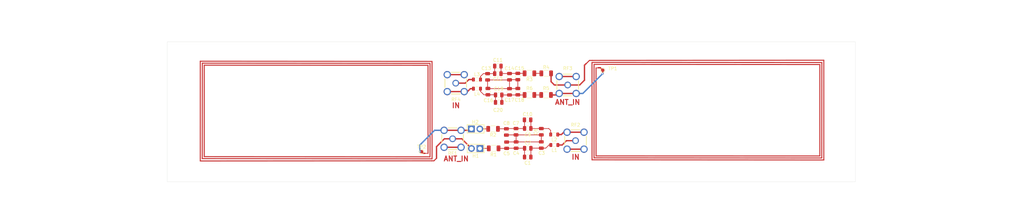
<source format=kicad_pcb>
(kicad_pcb (version 20221018) (generator pcbnew)
  (layers (0 "F.Cu" signal) (31 "B.Cu" signal) (34 "B.Paste" user) (35 "F.Paste" user) (36 "B.SilkS" user "B.Silkscreen") (37 "F.SilkS" user "F.Silkscreen") (38 "B.Mask" user) (39 "F.Mask" user) (44 "Edge.Cuts" user))
  (net 0 "")
  (net 1 "Net-(C1-Pad1)")
  (net 2 "Net-(C1-Pad2)")
  (net 3 "Net-(C3-Pad2)")
  (net 4 "Net-(C10-Pad2)")
  (net 5 "Net-(C10-Pad1)")
  (net 6 "Net-(C11-Pad1)")
  (net 7 "Net-(C11-Pad2)")
  (net 8 "Net-(C13-Pad2)")
  (net 9 "Net-(C16-Pad2)")
  (net 10 "Net-(C17-Pad2)")
  (net 11 "Net-(H1-Pad1)")
  (net 12 "Net-(H2-Pad2)")
  (net 13 "Net-(L1-Pad1)")
  (net 14 "Net-(L2-Pad1)")
  (net 15 "Net-(L3-Pad1)")
  (net 16 "Net-(L4-Pad1)")
  (net 17 "Net-(R3-Pad1)")
  (net 18 "Net-(R5-Pad2)")
  (net 19 "Net-(RF1-Pad3)")
  (net 20 "Net-(RF2-Pad1)")
  (net 21 "Net-(RF3-Pad3)")
  (net 22 "Net-(RF4-Pad1)")
  (net 23 "Net-(AE1-Pad1)")
  (net 24 "Net-(AE1-Pad2)")
  (net 25 "Net-(AE2-Pad1)")
  (net 26 "Net-(AE2-Pad2)")
  (footprint "Resistor_SMD:R_1206_3216Metric" (layer "F.Cu") (at 152.4875 64.95)
    (fp_text reference "R4" (at 0 -1.82) (layer "F.SilkS"))
    (fp_text value "0R")
    (fp_line (start -0.727064 -0.91) (end 0.727064 -0.91) (stroke (width 0.12)) (layer "F.SilkS"))
    (fp_line (start -0.727064 0.91) (end 0.727064 0.91) (stroke (width 0.12)) (layer "F.SilkS"))
    (pad "1" smd roundrect (at -1.4625 0) (size 1.125 1.75) (layers "F.Cu" "F.Paste" "F.Mask") (roundrect_rratio 0.2222222222) (net 17 "Net-(R3-Pad1)"))
    (pad "2" smd roundrect (at 1.4625 0) (size 1.125 1.75) (layers "F.Cu" "F.Paste" "F.Mask") (roundrect_rratio 0.2222222222) (net 25 "Net-(AE2-Pad1)"))
  )
  (footprint "Capacitor_SMD:C_0805_2012Metric" (layer "F.Cu") (at 138.19 73.678 180)
    (fp_text reference "C20" (at 0.19 -2.322) (layer "F.SilkS"))
    (fp_text value "C_Small")
    (fp_line (start -0.261252 -0.735) (end 0.261252 -0.735) (stroke (width 0.12)) (layer "F.SilkS"))
    (fp_line (start -0.261252 0.735) (end 0.261252 0.735) (stroke (width 0.12)) (layer "F.SilkS"))
    (pad "1" smd roundrect (at -0.95 0 180) (size 1 1.45) (layers "F.Cu" "F.Paste" "F.Mask") (net 10 "Net-(C17-Pad2)"))
    (pad "2" smd roundrect (at 0.95 0 180) (size 1 1.45) (layers "F.Cu" "F.Paste" "F.Mask") (net 9 "Net-(C16-Pad2)"))
  )
  (footprint "TestPoint:TestPoint_Pad_D1.0mm" (layer "F.Cu") (at 115 88.5)
    (fp_text reference "TP2" (at 0 -1.448) (layer "F.SilkS"))
    (fp_text value "TestPoint")
    (fp_circle (center 0 0) (end 0 0.7) (stroke (width 0.12)) (fill none) (layer "F.SilkS"))
    (pad "1" smd circle (at 0 0) (size 1 1) (layers "F.Cu" "F.Mask") (net 24 "Net-(AE1-Pad2)"))
  )
  (footprint "Capacitor_SMD:C_0805_2012Metric" (layer "F.Cu") (at 143.4075 82.5 90)
    (fp_text reference "C7" (at 2.56 -0.03) (layer "F.SilkS"))
    (fp_text value "180pF")
    (fp_line (start -0.261252 -0.735) (end 0.261252 -0.735) (stroke (width 0.12)) (layer "F.SilkS"))
    (fp_line (start -0.261252 0.735) (end 0.261252 0.735) (stroke (width 0.12)) (layer "F.SilkS"))
    (pad "1" smd roundrect (at -0.95 0 90) (size 1 1.45) (layers "F.Cu" "F.Paste" "F.Mask") (net 3 "Net-(C3-Pad2)"))
    (pad "2" smd roundrect (at 0.95 0 90) (size 1 1.45) (layers "F.Cu" "F.Paste" "F.Mask") (net 5 "Net-(C10-Pad1)"))
  )
  (footprint "Capacitor_SMD:C_0805_2012Metric" (layer "F.Cu") (at 143.95 65.9 -90)
    (fp_text reference "C15" (at -2.45 -0.5) (layer "F.SilkS"))
    (fp_text value "180pF")
    (fp_line (start -0.261252 -0.735) (end 0.261252 -0.735) (stroke (width 0.12)) (layer "F.SilkS"))
    (fp_line (start -0.261252 0.735) (end 0.261252 0.735) (stroke (width 0.12)) (layer "F.SilkS"))
    (pad "1" smd roundrect (at -0.95 0 270) (size 1 1.45) (layers "F.Cu" "F.Paste" "F.Mask") (net 6 "Net-(C11-Pad1)"))
    (pad "2" smd roundrect (at 0.95 0 270) (size 1 1.45) (layers "F.Cu" "F.Paste" "F.Mask") (net 8 "Net-(C13-Pad2)"))
  )
  (footprint "Capacitor_SMD:C_0805_2012Metric" (layer "F.Cu") (at 141.45 65.95 -90)
    (fp_text reference "C14" (at -2.5 0) (layer "F.SilkS"))
    (fp_text value "180pF")
    (fp_line (start -0.261252 -0.735) (end 0.261252 -0.735) (stroke (width 0.12)) (layer "F.SilkS"))
    (fp_line (start -0.261252 0.735) (end 0.261252 0.735) (stroke (width 0.12)) (layer "F.SilkS"))
    (pad "1" smd roundrect (at -0.95 0 270) (size 1 1.45) (layers "F.Cu" "F.Paste" "F.Mask") (net 6 "Net-(C11-Pad1)"))
    (pad "2" smd roundrect (at 0.95 0 270) (size 1 1.45) (layers "F.Cu" "F.Paste" "F.Mask") (net 8 "Net-(C13-Pad2)"))
  )
  (footprint "Capacitor_SMD:C_0805_2012Metric" (layer "F.Cu") (at 143.4375 86.52 90)
    (fp_text reference "C4" (at -2.45 0.03) (layer "F.SilkS"))
    (fp_text value "180pF")
    (fp_line (start -0.261252 -0.735) (end 0.261252 -0.735) (stroke (width 0.12)) (layer "F.SilkS"))
    (fp_line (start -0.261252 0.735) (end 0.261252 0.735) (stroke (width 0.12)) (layer "F.SilkS"))
    (pad "1" smd roundrect (at -0.95 0 90) (size 1 1.45) (layers "F.Cu" "F.Paste" "F.Mask") (net 1 "Net-(C1-Pad1)"))
    (pad "2" smd roundrect (at 0.95 0 90) (size 1 1.45) (layers "F.Cu" "F.Paste" "F.Mask") (net 3 "Net-(C3-Pad2)"))
  )
  (footprint "Resistor_SMD:R_1206_3216Metric" (layer "F.Cu") (at 136.6775 87.51)
    (fp_text reference "R1" (at -0.04 1.88) (layer "F.SilkS"))
    (fp_text value "3R")
    (fp_line (start -0.727064 -0.91) (end 0.727064 -0.91) (stroke (width 0.12)) (layer "F.SilkS"))
    (fp_line (start -0.727064 0.91) (end 0.727064 0.91) (stroke (width 0.12)) (layer "F.SilkS"))
    (pad "1" smd roundrect (at -1.4625 0) (size 1.125 1.75) (layers "F.Cu" "F.Paste" "F.Mask") (roundrect_rratio 0.2222222222) (net 11 "Net-(H1-Pad1)"))
    (pad "2" smd roundrect (at 1.4625 0) (size 1.125 1.75) (layers "F.Cu" "F.Paste" "F.Mask") (roundrect_rratio 0.2222222222) (net 1 "Net-(C1-Pad1)"))
  )
  (footprint "Capacitor_SMD:C_0805_2012Metric" (layer "F.Cu") (at 143.95 70.45 -90)
    (fp_text reference "C18" (at 2.5 -0.5) (layer "F.SilkS"))
    (fp_text value "180pF")
    (fp_line (start -0.261252 -0.735) (end 0.261252 -0.735) (stroke (width 0.12)) (layer "F.SilkS"))
    (fp_line (start -0.261252 0.735) (end 0.261252 0.735) (stroke (width 0.12)) (layer "F.SilkS"))
    (pad "1" smd roundrect (at -0.95 0 270) (size 1 1.45) (layers "F.Cu" "F.Paste" "F.Mask") (net 8 "Net-(C13-Pad2)"))
    (pad "2" smd roundrect (at 0.95 0 270) (size 1 1.45) (layers "F.Cu" "F.Paste" "F.Mask") (net 10 "Net-(C17-Pad2)"))
  )
  (footprint "Capacitor_SMD:C_0805_2012Metric" (layer "F.Cu") (at 140.5075 82.57 90)
    (fp_text reference "C8" (at 2.63 0.03) (layer "F.SilkS"))
    (fp_text value "180pF")
    (fp_line (start -0.261252 -0.735) (end 0.261252 -0.735) (stroke (width 0.12)) (layer "F.SilkS"))
    (fp_line (start -0.261252 0.735) (end 0.261252 0.735) (stroke (width 0.12)) (layer "F.SilkS"))
    (pad "1" smd roundrect (at -0.95 0 90) (size 1 1.45) (layers "F.Cu" "F.Paste" "F.Mask") (net 3 "Net-(C3-Pad2)"))
    (pad "2" smd roundrect (at 0.95 0 90) (size 1 1.45) (layers "F.Cu" "F.Paste" "F.Mask") (net 5 "Net-(C10-Pad1)"))
  )
  (footprint "Capacitor_SMD:C_0805_2012Metric" (layer "F.Cu") (at 134.96 70.44 -90)
    (fp_text reference "C16" (at 2.64 -0.15) (layer "F.SilkS"))
    (fp_text value "100pF")
    (fp_line (start -0.261252 -0.735) (end 0.261252 -0.735) (stroke (width 0.12)) (layer "F.SilkS"))
    (fp_line (start -0.261252 0.735) (end 0.261252 0.735) (stroke (width 0.12)) (layer "F.SilkS"))
    (pad "1" smd roundrect (at -0.95 0 270) (size 1 1.45) (layers "F.Cu" "F.Paste" "F.Mask") (net 8 "Net-(C13-Pad2)"))
    (pad "2" smd roundrect (at 0.95 0 270) (size 1 1.45) (layers "F.Cu" "F.Paste" "F.Mask") (net 9 "Net-(C16-Pad2)"))
  )
  (footprint "my_lib:[2x1_PIN_HEADER_STR]XKB Connection X6511WV-02H-C60D30" (layer "F.Cu") (at 131.2575 81.66)
    (fp_text reference "H2" (at -0.1 -2.08) (layer "F.SilkS"))
    (fp_text value "X6511WV-02H-C30D60")
    (fp_line (start -2.54 -1.27) (end -0.64 -1.27) (stroke (width 0.2)) (layer "F.SilkS"))
    (fp_line (start -2.54 1.27) (end -2.54 -1.27) (stroke (width 0.2)) (layer "F.SilkS"))
    (fp_line (start 2.54 -1.27) (end -0.64 -1.27) (stroke (width 0.2)) (layer "F.SilkS"))
    (fp_line (start 2.54 -1.27) (end 2.54 1.27) (stroke (width 0.2)) (layer "F.SilkS"))
    (fp_line (start 2.54 1.27) (end -2.54 1.27) (stroke (width 0.2)) (layer "F.SilkS"))
    (pad "1" thru_hole rect (at -1.27 0) (size 2 2) (drill 1.199998) (layers "*.Cu" "*.Mask") (net 24 "Net-(AE1-Pad2)"))
    (pad "2" thru_hole circle (at 1.27 0) (size 2 2) (drill 1.199998) (layers "*.Cu" "*.Mask") (net 12 "Net-(H2-Pad2)"))
  )
  (footprint "Inductor_SMD:L_0805_2012Metric" (layer "F.Cu") (at 131.6625 66.81)
    (fp_text reference "L3" (at 0 -1.55) (layer "F.SilkS"))
    (fp_text value "560nH")
    (fp_line (start -0.399622 -0.56) (end 0.399622 -0.56) (stroke (width 0.12)) (layer "F.SilkS"))
    (fp_line (start -0.399622 0.56) (end 0.399622 0.56) (stroke (width 0.12)) (layer "F.SilkS"))
    (pad "1" smd roundrect (at -1.0625 0) (size 0.875 1.2) (layers "F.Cu" "F.Paste" "F.Mask") (net 15 "Net-(L3-Pad1)"))
    (pad "2" smd roundrect (at 1.0625 0) (size 0.875 1.2) (layers "F.Cu" "F.Paste" "F.Mask") (net 7 "Net-(C11-Pad2)"))
  )
  (footprint "Resistor_SMD:R_1206_3216Metric" (layer "F.Cu") (at 152.45 71.45 180)
    (fp_text reference "R5" (at 0 2) (layer "F.SilkS"))
    (fp_text value "0R")
    (fp_line (start -0.727064 -0.91) (end 0.727064 -0.91) (stroke (width 0.12)) (layer "F.SilkS"))
    (fp_line (start -0.727064 0.91) (end 0.727064 0.91) (stroke (width 0.12)) (layer "F.SilkS"))
    (pad "1" smd roundrect (at -1.4625 0 180) (size 1.125 1.75) (layers "F.Cu" "F.Paste" "F.Mask") (roundrect_rratio 0.2222222222) (net 26 "Net-(AE2-Pad2)"))
    (pad "2" smd roundrect (at 1.4625 0 180) (size 1.125 1.75) (layers "F.Cu" "F.Paste" "F.Mask") (roundrect_rratio 0.2222222222) (net 18 "Net-(R5-Pad2)"))
  )
  (footprint "TestPoint:TestPoint_Pad_D1.0mm" (layer "F.Cu") (at 169.5 64)
    (fp_text reference "TP1" (at 3 -0.5) (layer "F.SilkS"))
    (fp_text value "TestPoint")
    (fp_circle (center 0 0) (end 0 0.7) (stroke (width 0.12)) (fill none) (layer "F.SilkS"))
    (pad "1" smd circle (at 0 0) (size 1 1) (layers "F.Cu" "F.Mask") (net 26 "Net-(AE2-Pad2)"))
  )
  (footprint "Inductor_SMD:L_0805_2012Metric" (layer "F.Cu") (at 154.8975 83.35 180)
    (fp_text reference "L2" (at 0 -1.55) (layer "F.SilkS"))
    (fp_text value "560nH")
    (fp_line (start -0.399622 -0.56) (end 0.399622 -0.56) (stroke (width 0.12)) (layer "F.SilkS"))
    (fp_line (start -0.399622 0.56) (end 0.399622 0.56) (stroke (width 0.12)) (layer "F.SilkS"))
    (pad "1" smd roundrect (at -1.0625 0 180) (size 0.875 1.2) (layers "F.Cu" "F.Paste" "F.Mask") (net 14 "Net-(L2-Pad1)"))
    (pad "2" smd roundrect (at 1.0625 0 180) (size 0.875 1.2) (layers "F.Cu" "F.Paste" "F.Mask") (net 4 "Net-(C10-Pad2)"))
  )
  (footprint "my_lib:[Antenna]Custom" (layer "F.Cu") (at 239.925 62.8 -90)
    (fp_text reference "AE2" hide)
    (fp_text value "Antenna_Loop")
    (fp_line (start -1.8 3.95) (end -1.75 73.570129) (stroke (width 0.3)) (layer "F.Cu"))
    (fp_line (start -1.8 3.95) (end 28.2 3.95) (stroke (width 0.3)) (layer "F.Cu"))
    (fp_line (start -1.15 73.66) (end -1.1 4.55) (stroke (width 0.3)) (layer "F.Cu"))
    (fp_line (start -1.15 73.66) (end 28.15 73.65) (stroke (width 0.3)) (layer "F.Cu"))
    (fp_line (start -1.1 4.55) (end 27.6 4.575) (stroke (width 0.3)) (layer "F.Cu"))
    (fp_line (start -0.55 73.05) (end -0.5 5.15) (stroke (width 0.3)) (layer "F.Cu"))
    (fp_line (start -0.55 73.05) (end 27.55 73.05) (stroke (width 0.3)) (layer "F.Cu"))
    (fp_line (start -0.5 5.15) (end 27 5.15) (stroke (width 0.3)) (layer "F.Cu"))
    (fp_line (start 0.485718 72.450881) (end 26.975 72.45) (stroke (width 0.3)) (layer "F.Cu"))
    (fp_line (start 26.975 72.45) (end 27 5.15) (stroke (width 0.3)) (layer "F.Cu"))
    (fp_line (start 27.55 73.05) (end 27.6 4.575) (stroke (width 0.3)) (layer "F.Cu"))
    (fp_line (start 28.15 73.65) (end 28.2 3.95) (stroke (width 0.3)) (layer "F.Cu"))
  )
  (footprint "Capacitor_SMD:C_0805_2012Metric" (layer "F.Cu") (at 146.8875 78.93)
    (fp_text reference "C10" (at 0 -1.68) (layer "F.SilkS"))
    (fp_text value "C_Small")
    (fp_line (start -0.261252 -0.735) (end 0.261252 -0.735) (stroke (width 0.12)) (layer "F.SilkS"))
    (fp_line (start -0.261252 0.735) (end 0.261252 0.735) (stroke (width 0.12)) (layer "F.SilkS"))
    (pad "1" smd roundrect (at -0.95 0) (size 1 1.45) (layers "F.Cu" "F.Paste" "F.Mask") (net 5 "Net-(C10-Pad1)"))
    (pad "2" smd roundrect (at 0.95 0) (size 1 1.45) (layers "F.Cu" "F.Paste" "F.Mask") (net 4 "Net-(C10-Pad2)"))
  )
  (footprint "Capacitor_SMD:C_0805_2012Metric" (layer "F.Cu") (at 134.8626 65.9818 -90)
    (fp_text reference "C13" (at -2.54 0.4126) (layer "F.SilkS"))
    (fp_text value "100pF")
    (fp_line (start -0.261252 -0.735) (end 0.261252 -0.735) (stroke (width 0.12)) (layer "F.SilkS"))
    (fp_line (start -0.261252 0.735) (end 0.261252 0.735) (stroke (width 0.12)) (layer "F.SilkS"))
    (pad "1" smd roundrect (at -0.95 0 270) (size 1 1.45) (layers "F.Cu" "F.Paste" "F.Mask") (net 7 "Net-(C11-Pad2)"))
    (pad "2" smd roundrect (at 0.95 0 270) (size 1 1.45) (layers "F.Cu" "F.Paste" "F.Mask") (net 8 "Net-(C13-Pad2)"))
  )
  (footprint "Capacitor_SMD:C_0805_2012Metric" (layer "F.Cu") (at 137.936 65.042 180)
    (fp_text reference "C12" (at 0 -1.68) (layer "F.SilkS"))
    (fp_text value "33pF")
    (fp_line (start -0.261252 -0.735) (end 0.261252 -0.735) (stroke (width 0.12)) (layer "F.SilkS"))
    (fp_line (start -0.261252 0.735) (end 0.261252 0.735) (stroke (width 0.12)) (layer "F.SilkS"))
    (pad "1" smd roundrect (at -0.95 0 180) (size 1 1.45) (layers "F.Cu" "F.Paste" "F.Mask") (net 6 "Net-(C11-Pad1)"))
    (pad "2" smd roundrect (at 0.95 0 180) (size 1 1.45) (layers "F.Cu" "F.Paste" "F.Mask") (net 7 "Net-(C11-Pad2)"))
  )
  (footprint "Capacitor_SMD:C_0805_2012Metric" (layer "F.Cu") (at 146.9175 90.12)
    (fp_text reference "C1" (at -0.01 1.78) (layer "F.SilkS"))
    (fp_text value "C_Small")
    (fp_line (start -0.261252 -0.735) (end 0.261252 -0.735) (stroke (width 0.12)) (layer "F.SilkS"))
    (fp_line (start -0.261252 0.735) (end 0.261252 0.735) (stroke (width 0.12)) (layer "F.SilkS"))
    (pad "1" smd roundrect (at -0.95 0) (size 1 1.45) (layers "F.Cu" "F.Paste" "F.Mask") (net 1 "Net-(C1-Pad1)"))
    (pad "2" smd roundrect (at 0.95 0) (size 1 1.45) (layers "F.Cu" "F.Paste" "F.Mask") (net 2 "Net-(C1-Pad2)"))
  )
  (footprint "my_lib:[2x1_PIN_HEADER_STR]XKB Connection X6511WV-02H-C60D30" (layer "F.Cu") (at 131.2775 87.55 180)
    (fp_text reference "H1" (at 0 -2.23) (layer "F.SilkS"))
    (fp_text value "X6511WV-02H-C30D60")
    (fp_line (start -2.54 -1.27) (end -0.64 -1.27) (stroke (width 0.2)) (layer "F.SilkS"))
    (fp_line (start -2.54 1.27) (end -2.54 -1.27) (stroke (width 0.2)) (layer "F.SilkS"))
    (fp_line (start 2.54 -1.27) (end -0.64 -1.27) (stroke (width 0.2)) (layer "F.SilkS"))
    (fp_line (start 2.54 -1.27) (end 2.54 1.27) (stroke (width 0.2)) (layer "F.SilkS"))
    (fp_line (start 2.54 1.27) (end -2.54 1.27) (stroke (width 0.2)) (layer "F.SilkS"))
    (pad "1" thru_hole rect (at -1.27 0 180) (size 2 2) (drill 1.199998) (layers "*.Cu" "*.Mask") (net 11 "Net-(H1-Pad1)"))
    (pad "2" thru_hole circle (at 1.27 0 180) (size 2 2) (drill 1.199998) (layers "*.Cu" "*.Mask") (net 23 "Net-(AE1-Pad1)"))
  )
  (footprint "my_lib:[Antenna]Custom" (layer "F.Cu") (at 44.5 89.5 90)
    (fp_text reference "AE1" hide)
    (fp_text value "Antenna_Loop")
    (fp_line (start -1.8 3.95) (end -1.75 73.570129) (stroke (width 0.3)) (layer "F.Cu"))
    (fp_line (start -1.8 3.95) (end 28.2 3.95) (stroke (width 0.3)) (layer "F.Cu"))
    (fp_line (start -1.15 73.66) (end -1.1 4.55) (stroke (width 0.3)) (layer "F.Cu"))
    (fp_line (start -1.15 73.66) (end 28.15 73.65) (stroke (width 0.3)) (layer "F.Cu"))
    (fp_line (start -1.1 4.55) (end 27.6 4.575) (stroke (width 0.3)) (layer "F.Cu"))
    (fp_line (start -0.55 73.05) (end -0.5 5.15) (stroke (width 0.3)) (layer "F.Cu"))
    (fp_line (start -0.55 73.05) (end 27.55 73.05) (stroke (width 0.3)) (layer "F.Cu"))
    (fp_line (start -0.5 5.15) (end 27 5.15) (stroke (width 0.3)) (layer "F.Cu"))
    (fp_line (start 0.485718 72.450881) (end 26.975 72.45) (stroke (width 0.3)) (layer "F.Cu"))
    (fp_line (start 26.975 72.45) (end 27 5.15) (stroke (width 0.3)) (layer "F.Cu"))
    (fp_line (start 27.55 73.05) (end 27.6 4.575) (stroke (width 0.3)) (layer "F.Cu"))
    (fp_line (start 28.15 73.65) (end 28.2 3.95) (stroke (width 0.3)) (layer "F.Cu"))
  )
  (footprint "Resistor_SMD:R_1206_3216Metric" (layer "F.Cu") (at 147.45 71.45)
    (fp_text reference "R6" (at 0 -2) (layer "F.SilkS"))
    (fp_text value "3R")
    (fp_line (start -0.727064 -0.91) (end 0.727064 -0.91) (stroke (width 0.12)) (layer "F.SilkS"))
    (fp_line (start -0.727064 0.91) (end 0.727064 0.91) (stroke (width 0.12)) (layer "F.SilkS"))
    (pad "1" smd roundrect (at -1.4625 0) (size 1.125 1.75) (layers "F.Cu" "F.Paste" "F.Mask") (roundrect_rratio 0.2222222222) (net 10 "Net-(C17-Pad2)"))
    (pad "2" smd roundrect (at 1.4625 0) (size 1.125 1.75) (layers "F.Cu" "F.Paste" "F.Mask") (roundrect_rratio 0.2222222222) (net 18 "Net-(R5-Pad2)"))
  )
  (footprint "Capacitor_SMD:C_0805_2012Metric" (layer "F.Cu") (at 151.0075 86.5 90)
    (fp_text reference "C3" (at -2.4 0.11) (layer "F.SilkS"))
    (fp_text value "100pF")
    (fp_line (start -0.261252 -0.735) (end 0.261252 -0.735) (stroke (width 0.12)) (layer "F.SilkS"))
    (fp_line (start -0.261252 0.735) (end 0.261252 0.735) (stroke (width 0.12)) (layer "F.SilkS"))
    (pad "1" smd roundrect (at -0.95 0 90) (size 1 1.45) (layers "F.Cu" "F.Paste" "F.Mask") (net 2 "Net-(C1-Pad2)"))
    (pad "2" smd roundrect (at 0.95 0 90) (size 1 1.45) (layers "F.Cu" "F.Paste" "F.Mask") (net 3 "Net-(C3-Pad2)"))
  )
  (footprint "Capacitor_SMD:C_0805_2012Metric" (layer "F.Cu") (at 146.9275 81.52)
    (fp_text reference "C9" (at 0.01 1.9) (layer "F.SilkS"))
    (fp_text value "33pF")
    (fp_line (start -0.261252 -0.735) (end 0.261252 -0.735) (stroke (width 0.12)) (layer "F.SilkS"))
    (fp_line (start -0.261252 0.735) (end 0.261252 0.735) (stroke (width 0.12)) (layer "F.SilkS"))
    (pad "1" smd roundrect (at -0.95 0) (size 1 1.45) (layers "F.Cu" "F.Paste" "F.Mask") (net 5 "Net-(C10-Pad1)"))
    (pad "2" smd roundrect (at 0.95 0) (size 1 1.45) (layers "F.Cu" "F.Paste" "F.Mask") (net 4 "Net-(C10-Pad2)"))
  )
  (footprint "Capacitor_SMD:C_0805_2012Metric" (layer "F.Cu") (at 151.0075 82.5 90)
    (fp_text reference "C6" (at 0 -1.68 90) (layer "F.SilkS"))
    (fp_text value "100pF")
    (fp_line (start -0.261252 -0.735) (end 0.261252 -0.735) (stroke (width 0.12)) (layer "F.SilkS"))
    (fp_line (start -0.261252 0.735) (end 0.261252 0.735) (stroke (width 0.12)) (layer "F.SilkS"))
    (pad "1" smd roundrect (at -0.95 0 90) (size 1 1.45) (layers "F.Cu" "F.Paste" "F.Mask") (net 3 "Net-(C3-Pad2)"))
    (pad "2" smd roundrect (at 0.95 0 90) (size 1 1.45) (layers "F.Cu" "F.Paste" "F.Mask") (net 4 "Net-(C10-Pad2)"))
  )
  (footprint "Capacitor_SMD:C_0805_2012Metric" (layer "F.Cu") (at 140.5775 86.56 90)
    (fp_text reference "C5" (at -2.48 0) (layer "F.SilkS"))
    (fp_text value "180pF")
    (fp_line (start -0.261252 -0.735) (end 0.261252 -0.735) (stroke (width 0.12)) (layer "F.SilkS"))
    (fp_line (start -0.261252 0.735) (end 0.261252 0.735) (stroke (width 0.12)) (layer "F.SilkS"))
    (pad "1" smd roundrect (at -0.95 0 90) (size 1 1.45) (layers "F.Cu" "F.Paste" "F.Mask") (net 1 "Net-(C1-Pad1)"))
    (pad "2" smd roundrect (at 0.95 0 90) (size 1 1.45) (layers "F.Cu" "F.Paste" "F.Mask") (net 3 "Net-(C3-Pad2)"))
  )
  (footprint "Resistor_SMD:R_1206_3216Metric" (layer "F.Cu") (at 147.45 64.95 180)
    (fp_text reference "R3" (at 0 -1.82) (layer "F.SilkS"))
    (fp_text value "3R")
    (fp_line (start -0.727064 -0.91) (end 0.727064 -0.91) (stroke (width 0.12)) (layer "F.SilkS"))
    (fp_line (start -0.727064 0.91) (end 0.727064 0.91) (stroke (width 0.12)) (layer "F.SilkS"))
    (pad "1" smd roundrect (at -1.4625 0 180) (size 1.125 1.75) (layers "F.Cu" "F.Paste" "F.Mask") (roundrect_rratio 0.2222222222) (net 17 "Net-(R3-Pad1)"))
    (pad "2" smd roundrect (at 1.4625 0 180) (size 1.125 1.75) (layers "F.Cu" "F.Paste" "F.Mask") (roundrect_rratio 0.2222222222) (net 6 "Net-(C11-Pad1)"))
  )
  (footprint "Capacitor_SMD:C_0805_2012Metric" (layer "F.Cu") (at 138.19 71.44 180)
    (fp_text reference "C19" (at 0 1.826) (layer "F.SilkS"))
    (fp_text value "33pF")
    (fp_line (start -0.261252 -0.735) (end 0.261252 -0.735) (stroke (width 0.12)) (layer "F.SilkS"))
    (fp_line (start -0.261252 0.735) (end 0.261252 0.735) (stroke (width 0.12)) (layer "F.SilkS"))
    (pad "1" smd roundrect (at -0.95 0 180) (size 1 1.45) (layers "F.Cu" "F.Paste" "F.Mask") (net 10 "Net-(C17-Pad2)"))
    (pad "2" smd roundrect (at 0.95 0 180) (size 1 1.45) (layers "F.Cu" "F.Paste" "F.Mask") (net 9 "Net-(C16-Pad2)"))
  )
  (footprint "Inductor_SMD:L_0805_2012Metric" (layer "F.Cu") (at 154.9375 86.5 180)
    (fp_text reference "L1" (at 0 -1.55) (layer "F.SilkS"))
    (fp_text value "560nH")
    (fp_line (start -0.399622 -0.56) (end 0.399622 -0.56) (stroke (width 0.12)) (layer "F.SilkS"))
    (fp_line (start -0.399622 0.56) (end 0.399622 0.56) (stroke (width 0.12)) (layer "F.SilkS"))
    (pad "1" smd roundrect (at -1.0625 0 180) (size 0.875 1.2) (layers "F.Cu" "F.Paste" "F.Mask") (net 13 "Net-(L1-Pad1)"))
    (pad "2" smd roundrect (at 1.0625 0 180) (size 0.875 1.2) (layers "F.Cu" "F.Paste" "F.Mask") (net 2 "Net-(C1-Pad2)"))
  )
  (footprint "Capacitor_SMD:C_0805_2012Metric" (layer "F.Cu") (at 141.45 70.5 -90)
    (fp_text reference "C17" (at 2.45 0) (layer "F.SilkS"))
    (fp_text value "180pF")
    (fp_line (start -0.261252 -0.735) (end 0.261252 -0.735) (stroke (width 0.12)) (layer "F.SilkS"))
    (fp_line (start -0.261252 0.735) (end 0.261252 0.735) (stroke (width 0.12)) (layer "F.SilkS"))
    (pad "1" smd roundrect (at -0.95 0 270) (size 1 1.45) (layers "F.Cu" "F.Paste" "F.Mask") (net 8 "Net-(C13-Pad2)"))
    (pad "2" smd roundrect (at 0.95 0 270) (size 1 1.45) (layers "F.Cu" "F.Paste" "F.Mask") (net 10 "Net-(C17-Pad2)"))
  )
  (footprint "my_lib:[SMA_CONNECTOR]BAT WIRELESS BWSMA-KE-Z001" (layer "F.Cu") (at 125.28 67.89 -90)
    (fp_text reference "RF4" (at 4.94 -0.07) (layer "F.SilkS"))
    (fp_text value "BWSMA-KE-Z001")
    (fp_line (start -3.25 -1.32) (end -3.25 1.31) (stroke (width 0.25)) (layer "F.SilkS"))
    (fp_line (start -1.32 3.25) (end 1.31 3.25) (stroke (width 0.25)) (layer "F.SilkS"))
    (fp_line (start 1.31 -3.25) (end -1.32 -3.25) (stroke (width 0.25)) (layer "F.SilkS"))
    (fp_line (start 3.25 1.31) (end 3.25 -1.32) (stroke (width 0.25)) (layer "F.SilkS"))
    (pad "1" thru_hole circle (at -2.55 2.55 270) (size 2.2 2.2) (drill 1.500022) (layers "*.Cu" "*.Mask") (net 22 "Net-(RF4-Pad1)"))
    (pad "2" thru_hole circle (at -2.55 -2.55 270) (size 2.2 2.2) (drill 1.500022) (layers "*.Cu" "*.Mask") (net 22 "Net-(RF4-Pad1)"))
    (pad "3" thru_hole circle (at 2.55 -2.55 270) (size 2.2 2.2) (drill 1.500022) (layers "*.Cu" "*.Mask") (net 16 "Net-(L4-Pad1)"))
    (pad "4" thru_hole circle (at 2.55 2.55 270) (size 2.2 2.2) (drill 1.500022) (layers "*.Cu" "*.Mask") (net 16 "Net-(L4-Pad1)"))
    (pad "5" thru_hole circle (at 0 0 270) (size 2 2) (drill 1.35001) (layers "*.Cu" "*.Mask") (net 15 "Net-(L3-Pad1)"))
  )
  (footprint "Capacitor_SMD:C_0805_2012Metric" (layer "F.Cu") (at 146.9275 87.48)
    (fp_text reference "C2" (at 0 -1.68) (layer "F.SilkS"))
    (fp_text value "33pF")
    (fp_line (start -0.261252 -0.735) (end 0.261252 -0.735) (stroke (width 0.12)) (layer "F.SilkS"))
    (fp_line (start -0.261252 0.735) (end 0.261252 0.735) (stroke (width 0.12)) (layer "F.SilkS"))
    (pad "1" smd roundrect (at -0.95 0) (size 1 1.45) (layers "F.Cu" "F.Paste" "F.Mask") (net 1 "Net-(C1-Pad1)"))
    (pad "2" smd roundrect (at 0.95 0) (size 1 1.45) (layers "F.Cu" "F.Paste" "F.Mask") (net 2 "Net-(C1-Pad2)"))
  )
  (footprint "Inductor_SMD:L_0805_2012Metric" (layer "F.Cu") (at 131.6625 69.56)
    (fp_text reference "L4" (at 0.0275 1.61) (layer "F.SilkS"))
    (fp_text value "560nH")
    (fp_line (start -0.399622 -0.56) (end 0.399622 -0.56) (stroke (width 0.12)) (layer "F.SilkS"))
    (fp_line (start -0.399622 0.56) (end 0.399622 0.56) (stroke (width 0.12)) (layer "F.SilkS"))
    (pad "1" smd roundrect (at -1.0625 0) (size 0.875 1.2) (layers "F.Cu" "F.Paste" "F.Mask") (net 16 "Net-(L4-Pad1)"))
    (pad "2" smd roundrect (at 1.0625 0) (size 0.875 1.2) (layers "F.Cu" "F.Paste" "F.Mask") (net 9 "Net-(C16-Pad2)"))
  )
  (footprint "my_lib:[SMA_CONNECTOR]BAT WIRELESS BWSMA-KE-Z001" (layer "F.Cu") (at 158.95 68.45 90)
    (fp_text reference "RF3" (at 5 0) (layer "F.SilkS"))
    (fp_text value "BWSMA-KE-Z001")
    (fp_line (start -3.25 -1.32) (end -3.25 1.31) (stroke (width 0.25)) (layer "F.SilkS"))
    (fp_line (start -1.32 3.25) (end 1.31 3.25) (stroke (width 0.25)) (layer "F.SilkS"))
    (fp_line (start 1.31 -3.25) (end -1.32 -3.25) (stroke (width 0.25)) (layer "F.SilkS"))
    (fp_line (start 3.25 1.31) (end 3.25 -1.32) (stroke (width 0.25)) (layer "F.SilkS"))
    (pad "1" thru_hole circle (at -2.55 2.55 90) (size 2.2 2.2) (drill 1.500022) (layers "*.Cu" "*.Mask") (net 26 "Net-(AE2-Pad2)"))
    (pad "2" thru_hole circle (at -2.55 -2.55 90) (size 2.2 2.2) (drill 1.500022) (layers "*.Cu" "*.Mask") (net 26 "Net-(AE2-Pad2)"))
    (pad "3" thru_hole circle (at 2.55 -2.55 90) (size 2.2 2.2) (drill 1.500022) (layers "*.Cu" "*.Mask") (net 21 "Net-(RF3-Pad3)"))
    (pad "4" thru_hole circle (at 2.55 2.55 90) (size 2.2 2.2) (drill 1.500022) (layers "*.Cu" "*.Mask") (net 21 "Net-(RF3-Pad3)"))
    (pad "5" thru_hole circle (at 0 0 90) (size 2 2) (drill 1.35001) (layers "*.Cu" "*.Mask") (net 25 "Net-(AE2-Pad1)"))
  )
  (footprint "my_lib:[SMA_CONNECTOR]BAT WIRELESS BWSMA-KE-Z001" (layer "F.Cu") (at 161.3075 85.2 90)
    (fp_text reference "RF2" (at 4.74 -0.01) (layer "F.SilkS"))
    (fp_text value "BWSMA-KE-Z001")
    (fp_line (start -3.25 -1.32) (end -3.25 1.31) (stroke (width 0.25)) (layer "F.SilkS"))
    (fp_line (start -1.32 3.25) (end 1.31 3.25) (stroke (width 0.25)) (layer "F.SilkS"))
    (fp_line (start 1.31 -3.25) (end -1.32 -3.25) (stroke (width 0.25)) (layer "F.SilkS"))
    (fp_line (start 3.25 1.31) (end 3.25 -1.32) (stroke (width 0.25)) (layer "F.SilkS"))
    (pad "1" thru_hole circle (at -2.55 2.55 90) (size 2.2 2.2) (drill 1.500022) (layers "*.Cu" "*.Mask") (net 20 "Net-(RF2-Pad1)"))
    (pad "2" thru_hole circle (at -2.55 -2.55 90) (size 2.2 2.2) (drill 1.500022) (layers "*.Cu" "*.Mask") (net 20 "Net-(RF2-Pad1)"))
    (pad "3" thru_hole circle (at 2.55 -2.55 90) (size 2.2 2.2) (drill 1.500022) (layers "*.Cu" "*.Mask") (net 14 "Net-(L2-Pad1)"))
    (pad "4" thru_hole circle (at 2.55 2.55 90) (size 2.2 2.2) (drill 1.500022) (layers "*.Cu" "*.Mask") (net 14 "Net-(L2-Pad1)"))
    (pad "5" thru_hole circle (at 0 0 90) (size 2 2) (drill 1.35001) (layers "*.Cu" "*.Mask") (net 13 "Net-(L1-Pad1)"))
  )
  (footprint "my_lib:[SMA_CONNECTOR]BAT WIRELESS BWSMA-KE-Z001" (layer "F.Cu") (at 124.3275 84.63 -90)
    (fp_text reference "RF1" (at 4.37 0) (layer "F.SilkS"))
    (fp_text value "BWSMA-KE-Z001")
    (fp_line (start -3.25 -1.32) (end -3.25 1.31) (stroke (width 0.25)) (layer "F.SilkS"))
    (fp_line (start -1.32 3.25) (end 1.31 3.25) (stroke (width 0.25)) (layer "F.SilkS"))
    (fp_line (start 1.31 -3.25) (end -1.32 -3.25) (stroke (width 0.25)) (layer "F.SilkS"))
    (fp_line (start 3.25 1.31) (end 3.25 -1.32) (stroke (width 0.25)) (layer "F.SilkS"))
    (pad "1" thru_hole circle (at -2.55 2.55 270) (size 2.2 2.2) (drill 1.500022) (layers "*.Cu" "*.Mask") (net 24 "Net-(AE1-Pad2)"))
    (pad "2" thru_hole circle (at -2.55 -2.55 270) (size 2.2 2.2) (drill 1.500022) (layers "*.Cu" "*.Mask") (net 24 "Net-(AE1-Pad2)"))
    (pad "3" thru_hole circle (at 2.55 -2.55 270) (size 2.2 2.2) (drill 1.500022) (layers "*.Cu" "*.Mask") (net 19 "Net-(RF1-Pad3)"))
    (pad "4" thru_hole circle (at 2.55 2.55 270) (size 2.2 2.2) (drill 1.500022) (layers "*.Cu" "*.Mask") (net 19 "Net-(RF1-Pad3)"))
    (pad "5" thru_hole circle (at 0 0 270) (size 2 2) (drill 1.35001) (layers "*.Cu" "*.Mask") (net 23 "Net-(AE1-Pad1)"))
  )
  (footprint "Resistor_SMD:R_1206_3216Metric" (layer "F.Cu") (at 136.5075 81.64 180)
    (fp_text reference "R2" (at 0 -1.82) (layer "F.SilkS"))
    (fp_text value "3R")
    (fp_line (start -0.727064 -0.91) (end 0.727064 -0.91) (stroke (width 0.12)) (layer "F.SilkS"))
    (fp_line (start -0.727064 0.91) (end 0.727064 0.91) (stroke (width 0.12)) (layer "F.SilkS"))
    (pad "1" smd roundrect (at -1.4625 0 180) (size 1.125 1.75) (layers "F.Cu" "F.Paste" "F.Mask") (roundrect_rratio 0.2222222222) (net 5 "Net-(C10-Pad1)"))
    (pad "2" smd roundrect (at 1.4625 0 180) (size 1.125 1.75) (layers "F.Cu" "F.Paste" "F.Mask") (roundrect_rratio 0.2222222222) (net 12 "Net-(H2-Pad2)"))
  )
  (footprint "Capacitor_SMD:C_0805_2012Metric" (layer "F.Cu") (at 137.95 62.756 180)
    (fp_text reference "C11" (at 0 1.806) (layer "F.SilkS"))
    (fp_text value "C_Small")
    (fp_line (start -0.261252 -0.735) (end 0.261252 -0.735) (stroke (width 0.12)) (layer "F.SilkS"))
    (fp_line (start -0.261252 0.735) (end 0.261252 0.735) (stroke (width 0.12)) (layer "F.SilkS"))
    (pad "1" smd roundrect (at -0.95 0 180) (size 1 1.45) (layers "F.Cu" "F.Paste" "F.Mask") (net 6 "Net-(C11-Pad1)"))
    (pad "2" smd roundrect (at 0.95 0 180) (size 1 1.45) (layers "F.Cu" "F.Paste" "F.Mask") (net 7 "Net-(C11-Pad2)"))
  )
  (gr_line (start 167.474119 63.285718) (end 168 63.285718) (stroke (width 0.2)) (layer "F.Cu"))
  (gr_line (start 165.5 61.05) (end 164.5 62.05) (stroke (width 0.3)) (layer "F.Cu"))
  (gr_line (start 166.354871 61.05) (end 165.5 61.05) (stroke (width 0.3)) (layer "F.Cu"))
  (gr_line (start 118.070129 91.25) (end 118.731623 91.25) (stroke (width 0.3)) (layer "F.Cu"))
  (gr_line (start 118.731623 91.25) (end 119.5 90.481623) (stroke (width 0.3)) (layer "F.Cu"))
  (gr_line (start 116.950881 89.014282) (end 116 89.014282) (stroke (width 0.2)) (layer "F.Cu"))
  (gr_rect (start 38.5 55.5) (end 245.5 97.5) (stroke (width 0.05)) (fill none) (layer "Edge.Cuts"))
  (gr_text "IN\n" (at 124 75.5) (layer "F.Cu") (effects (font (size 1.5 1.5) (thickness 0.3) bold) (justify left bottom)))
  (gr_text "IN\n" (at 160 91) (layer "F.Cu") (effects (font (size 1.5 1.5) (thickness 0.3) bold) (justify left bottom)))
  (gr_text "ANT_IN\n" (at 155 74.5) (layer "F.Cu") (effects (font (size 1.5 1.5) (thickness 0.3) bold) (justify left bottom)))
  (gr_text "ANT_IN\n" (at 121.5 91.5) (layer "F.Cu") (effects (font (size 1.5 1.5) (thickness 0.3) bold) (justify left bottom)))
  (segment (start 145.9775 90.11) (end 145.9775 87.48) (width 0.2) (layer "F.Cu") (net 1))
  (segment (start 145.9675 90.12) (end 145.9775 90.11) (width 0.2) (layer "F.Cu") (net 1))
  (segment (start 140.5775 87.51) (end 138.14 87.51) (width 0.2) (layer "F.Cu") (net 1))
  (segment (start 143.4375 87.47) (end 145.9675 87.47) (width 0.2) (layer "F.Cu") (net 1))
  (segment (start 145.9675 87.47) (end 145.9775 87.48) (width 0.2) (layer "F.Cu") (net 1))
  (segment (start 140.6175 87.47) (end 140.5775 87.51) (width 0.2) (layer "F.Cu") (net 1))
  (segment (start 143.4375 87.47) (end 140.6175 87.47) (width 0.2) (layer "F.Cu") (net 1))
  (segment (start 147.8675 90.12) (end 147.8775 90.11) (width 0.2) (layer "F.Cu") (net 2))
  (segment (start 147.9075 87.45) (end 147.8775 87.48) (width 0.2) (layer "F.Cu") (net 2))
  (segment (start 147.8775 90.11) (end 147.8775 87.48) (width 0.2) (layer "F.Cu") (net 2))
  (segment (start 153.875 86.5) (end 153.3075 86.5) (width 0.2) (layer "F.Cu") (net 2))
  (segment (start 151.0075 87.45) (end 147.9075 87.45) (width 0.2) (layer "F.Cu") (net 2))
  (segment (start 152.3575 87.45) (end 151.0075 87.45) (width 0.2) (layer "F.Cu") (net 2))
  (segment (start 153.3075 86.5) (end 152.3575 87.45) (width 0.2) (layer "F.Cu") (net 2))
  (segment (start 140.5775 83.45) (end 140.5075 83.52) (width 0.2) (layer "F.Cu") (net 3))
  (segment (start 140.6175 85.57) (end 140.5775 85.61) (width 0.2) (layer "F.Cu") (net 3))
  (segment (start 150.9875 85.57) (end 151.0075 85.55) (width 0.2) (layer "F.Cu") (net 3))
  (segment (start 143.4375 83.48) (end 143.4075 83.45) (width 0.2) (layer "F.Cu") (net 3))
  (segment (start 143.4375 85.57) (end 150.9875 85.57) (width 0.2) (layer "F.Cu") (net 3))
  (segment (start 143.4075 83.45) (end 151.0075 83.45) (width 0.2) (layer "F.Cu") (net 3))
  (segment (start 143.4375 85.57) (end 140.6175 85.57) (width 0.2) (layer "F.Cu") (net 3))
  (segment (start 143.4375 85.57) (end 143.4375 83.48) (width 0.2) (layer "F.Cu") (net 3))
  (segment (start 151.0075 85.55) (end 151.0075 83.45) (width 0.2) (layer "F.Cu") (net 3))
  (segment (start 143.4075 83.45) (end 140.5775 83.45) (width 0.2) (layer "F.Cu") (net 3))
  (segment (start 153.835 83.35) (end 153.835 82.1275) (width 0.2) (layer "F.Cu") (net 4))
  (segment (start 153.2475 81.54) (end 153.2375 81.55) (width 0.2) (layer "F.Cu") (net 4))
  (segment (start 153.2375 81.55) (end 151.0075 81.55) (width 0.2) (layer "F.Cu") (net 4))
  (segment (start 153.835 82.1275) (end 153.2475 81.54) (width 0.2) (layer "F.Cu") (net 4))
  (segment (start 147.8775 81.52) (end 147.8775 78.97) (width 0.2) (layer "F.Cu") (net 4))
  (segment (start 151.0075 81.55) (end 147.9075 81.55) (width 0.2) (layer "F.Cu") (net 4))
  (segment (start 147.8775 78.97) (end 147.8375 78.93) (width 0.2) (layer "F.Cu") (net 4))
  (segment (start 147.9075 81.55) (end 147.8775 81.52) (width 0.2) (layer "F.Cu") (net 4))
  (segment (start 145.9775 81.52) (end 145.9775 78.97) (width 0.2) (layer "F.Cu") (net 5))
  (segment (start 143.4075 81.55) (end 145.9475 81.55) (width 0.2) (layer "F.Cu") (net 5))
  (segment (start 145.9475 81.55) (end 145.9775 81.52) (width 0.2) (layer "F.Cu") (net 5))
  (segment (start 143.4075 81.55) (end 140.5775 81.55) (width 0.2) (layer "F.Cu") (net 5))
  (segment (start 145.9775 78.97) (end 145.9375 78.93) (width 0.2) (layer "F.Cu") (net 5))
  (segment (start 140.5075 81.62) (end 137.99 81.62) (width 0.2) (layer "F.Cu") (net 5))
  (segment (start 137.99 81.62) (end 137.97 81.64) (width 0.2) (layer "F.Cu") (net 5))
  (segment (start 140.5775 81.55) (end 140.5075 81.62) (width 0.2) (layer "F.Cu") (net 5))
  (segment (start 138.9 62.756) (end 138.9 65.028) (width 0.2) (layer "F.Cu") (net 6))
  (segment (start 141.5 64.95) (end 141.45 65) (width 0.2) (layer "F.Cu") (net 6))
  (segment (start 143.95 64.95) (end 141.5 64.95) (width 0.2) (layer "F.Cu") (net 6))
  (segment (start 141.45 65) (end 138.928 65) (width 0.2) (layer "F.Cu") (net 6))
  (segment (start 143.95 64.95) (end 145.9875 64.95) (width 0.2) (layer "F.Cu") (net 6))
  (segment (start 138.928 65) (end 138.886 65.042) (width 0.2) (layer "F.Cu") (net 6))
  (segment (start 138.9 65.028) (end 138.886 65.042) (width 0.2) (layer "F.Cu") (net 6))
  (segment (start 132.725 65.8842) (end 133.5774 65.0318) (width 0.2) (layer "F.Cu") (net 7))
  (segment (start 137 62.756) (end 137 65.028) (width 0.2) (layer "F.Cu") (net 7))
  (segment (start 136.9758 65.0318) (end 136.986 65.042) (width 0.2) (layer "F.Cu") (net 7))
  (segment (start 137 65.028) (end 136.986 65.042) (width 0.2) (layer "F.Cu") (net 7))
  (segment (start 133.5774 65.0318) (end 134.8626 65.0318) (width 0.2) (layer "F.Cu") (net 7))
  (segment (start 134.8626 65.0318) (end 136.9758 65.0318) (width 0.2) (layer "F.Cu") (net 7))
  (segment (start 132.725 66.81) (end 132.725 65.8842) (width 0.2) (layer "F.Cu") (net 7))
  (segment (start 141.5 66.85) (end 141.45 66.9) (width 0.2) (layer "F.Cu") (net 8))
  (segment (start 141.45 69.55) (end 143.9 69.55) (width 0.2) (layer "F.Cu") (net 8))
  (segment (start 134.8626 66.9318) (end 134.8626 69.3926) (width 0.2) (layer "F.Cu") (net 8))
  (segment (start 135.02 69.55) (end 134.96 69.49) (width 0.2) (layer "F.Cu") (net 8))
  (segment (start 141.45 69.55) (end 135.02 69.55) (width 0.2) (layer "F.Cu") (net 8))
  (segment (start 134.8626 69.3926) (end 134.96 69.49) (width 0.2) (layer "F.Cu") (net 8))
  (segment (start 141.4182 66.9318) (end 141.45 66.9) (width 0.2) (layer "F.Cu") (net 8))
  (segment (start 134.8626 66.9318) (end 141.4182 66.9318) (width 0.2) (layer "F.Cu") (net 8))
  (segment (start 143.95 66.85) (end 141.5 66.85) (width 0.2) (layer "F.Cu") (net 8))
  (segment (start 143.95 66.85) (end 143.95 69.5) (width 0.2) (layer "F.Cu") (net 8))
  (segment (start 143.9 69.55) (end 143.95 69.5) (width 0.2) (layer "F.Cu") (net 8))
  (segment (start 141.45 69.55) (end 141.45 66.9) (width 0.2) (layer "F.Cu") (net 8))
  (segment (start 133.74 71.39) (end 134.96 71.39) (width 0.2) (layer "F.Cu") (net 9))
  (segment (start 132.725 70.375) (end 133.74 71.39) (width 0.2) (layer "F.Cu") (net 9))
  (segment (start 137.19 71.39) (end 137.24 71.44) (width 0.2) (layer "F.Cu") (net 9))
  (segment (start 137.24 71.44) (end 137.24 73.678) (width 0.2) (layer "F.Cu") (net 9))
  (segment (start 134.96 71.39) (end 137.19 71.39) (width 0.2) (layer "F.Cu") (net 9))
  (segment (start 132.725 69.56) (end 132.725 70.375) (width 0.2) (layer "F.Cu") (net 9))
  (segment (start 141.45 71.45) (end 139.15 71.45) (width 0.2) (layer "F.Cu") (net 10))
  (segment (start 143.9 71.45) (end 143.95 71.4) (width 0.2) (layer "F.Cu") (net 10))
  (segment (start 144 71.45) (end 143.95 71.4) (width 0.2) (layer "F.Cu") (net 10))
  (segment (start 141.45 71.45) (end 143.9 71.45) (width 0.2) (layer "F.Cu") (net 10))
  (segment (start 139.15 71.45) (end 139.14 71.44) (width 0.2) (layer "F.Cu") (net 10))
  (segment (start 145.9875 71.45) (end 144 71.45) (width 0.2) (layer "F.Cu") (net 10))
  (segment (start 139.14 71.44) (end 139.14 73.678) (width 0.2) (layer "F.Cu") (net 10))
  (segment (start 132.5875 87.51) (end 132.5475 87.55) (width 0.2) (layer "F.Cu") (net 11))
  (segment (start 135.215 87.51) (end 132.5875 87.51) (width 0.2) (layer "F.Cu") (net 11))
  (segment (start 135.045 81.64) (end 132.5475 81.64) (width 0.2) (layer "F.Cu") (net 12))
  (segment (start 132.5475 81.64) (end 132.5275 81.66) (width 0.2) (layer "F.Cu") (net 12))
  (segment (start 158.5875 85.2) (end 157.2875 86.5) (width 0.4) (layer "F.Cu") (net 13))
  (segment (start 161.3075 85.2) (end 158.5875 85.2) (width 0.4) (layer "F.Cu") (net 13))
  (segment (start 157.2875 86.5) (end 156 86.5) (width 0.4) (layer "F.Cu") (net 13))
  (segment (start 158.7575 82.65) (end 157.7675 82.65) (width 0.4) (layer "F.Cu") (net 14))
  (segment (start 157.0675 83.35) (end 155.96 83.35) (width 0.4) (layer "F.Cu") (net 14))
  (segment (start 157.7675 82.65) (end 157.0675 83.35) (width 0.4) (layer "F.Cu") (net 14))
  (segment (start 158.7575 82.65) (end 163.8575 82.65) (width 0.4) (layer "F.Cu") (net 14))
  (segment (start 129.23 66.81) (end 130.6 66.81) (width 0.4) (layer "F.Cu") (net 15))
  (segment (start 125.28 67.89) (end 128.15 67.89) (width 0.4) (layer "F.Cu") (net 15))
  (segment (start 128.15 67.89) (end 129.23 66.81) (width 0.4) (layer "F.Cu") (net 15))
  (segment (start 128.81 70.44) (end 129.69 69.56) (width 0.4) (layer "F.Cu") (net 16))
  (segment (start 129.69 69.56) (end 130.6 69.56) (width 0.4) (layer "F.Cu") (net 16))
  (segment (start 122.73 70.44) (end 127.83 70.44) (width 0.4) (layer "F.Cu") (net 16))
  (segment (start 127.83 70.44) (end 128.81 70.44) (width 0.4) (layer "F.Cu") (net 16))
  (segment (start 148.9125 64.95) (end 151.025 64.95) (width 0.2) (layer "F.Cu") (net 17))
  (segment (start 148.9125 71.45) (end 150.9875 71.45) (width 0.2) (layer "F.Cu") (net 18))
  (segment (start 126.8775 87.18) (end 121.7775 87.18) (width 0.4) (layer "F.Cu") (net 19))
  (segment (start 158.7575 87.75) (end 163.8575 87.75) (width 0.4) (layer "F.Cu") (net 20))
  (segment (start 163.8575 87.75) (end 163.6475 87.75) (width 0.4) (layer "F.Cu") (net 20))
  (segment (start 163.6475 87.75) (end 163.5175 87.62) (width 0.4) (layer "F.Cu") (net 20))
  (segment (start 156.4 65.9) (end 161.5 65.9) (width 0.4) (layer "F.Cu") (net 21))
  (segment (start 127.83 65.42) (end 127.62 65.63) (width 0.4) (layer "F.Cu") (net 22))
  (segment (start 127.83 65.34) (end 123.578528 65.34) (width 0.4) (layer "F.Cu") (net 22))
  (segment (start 123.578528 65.34) (end 123.154264 64.915736) (width 0.4) (layer "F.Cu") (net 22))
  (segment (start 127.5075 85.05) (end 130.0075 87.55) (width 0.4) (layer "F.Cu") (net 23))
  (segment (start 127.1175 84.63) (end 127.5075 85.02) (width 0.4) (layer "F.Cu") (net 23))
  (segment (start 124.3275 84.63) (end 121.87 84.63) (width 0.4) (layer "F.Cu") (net 23))
  (segment (start 124.3275 84.63) (end 127.1175 84.63) (width 0.4) (layer "F.Cu") (net 23))
  (segment (start 119.5 87) (end 119.5 90.5) (width 0.4) (layer "F.Cu") (net 23))
  (segment (start 121.87 84.63) (end 119.5 87) (width 0.4) (layer "F.Cu") (net 23))
  (segment (start 127.5075 85.02) (end 127.5075 85.05) (width 0.4) (layer "F.Cu") (net 23))
  (segment (start 115.5 89) (end 116 89) (width 0.4) (layer "F.Cu") (net 24))
  (segment (start 115 88.5) (end 115.5 89) (width 0.4) (layer "F.Cu") (net 24))
  (segment (start 129.5675 82.08) (end 129.9875 81.66) (width 0.4) (layer "F.Cu") (net 24))
  (segment (start 126.8775 82.08) (end 129.5675 82.08) (width 0.4) (layer "F.Cu") (net 24))
  (segment (start 115 88.5) (end 114.5 88.5) (width 0.4) (layer "F.Cu") (net 24))
  (segment (start 126.8775 82.08) (end 121.7775 82.08) (width 0.4) (layer "F.Cu") (net 24))
  (via (at 114.5 88.5) (size 0.6) (drill 0.3) (layers "F.Cu" "B.Cu") (net 24))
  (segment (start 114.5 86.5) (end 118.92 82.08) (width 0.4) (layer "B.Cu") (net 24))
  (segment (start 118.92 82.08) (end 121.7775 82.08) (width 0.4) (layer "B.Cu") (net 24))
  (segment (start 114.5 88.5) (end 114.5 86.5) (width 0.4) (layer "B.Cu") (net 24))
  (segment (start 158.95 68.45) (end 162.55 68.45) (width 0.4) (layer "F.Cu") (net 25))
  (segment (start 164 62.5) (end 164.5 62) (width 0.4) (layer "F.Cu") (net 25))
  (segment (start 153.95 64.95) (end 153.95 67.45) (width 0.4) (layer "F.Cu") (net 25))
  (segment (start 162.55 68.45) (end 164 67) (width 0.4) (layer "F.Cu") (net 25))
  (segment (start 153.95 67.45) (end 154.95 68.45) (width 0.4) (layer "F.Cu") (net 25))
  (segment (start 164 67) (end 164 62.5) (width 0.4) (layer "F.Cu") (net 25))
  (segment (start 154.95 68.45) (end 158.95 68.45) (width 0.4) (layer "F.Cu") (net 25))
  (segment (start 153.9125 71.45) (end 155.95 71.45) (width 0.4) (layer "F.Cu") (net 26))
  (segment (start 169.5 64) (end 169.5 65) (width 0.4) (layer "F.Cu") (net 26))
  (segment (start 169.5 64) (end 168.762377 63.262377) (width 0.4) (layer "F.Cu") (net 26))
  (segment (start 156.4 71) (end 161.5 71) (width 0.4) (layer "F.Cu") (net 26))
  (segment (start 168.762377 63.262377) (end 168.110415 63.262377) (width 0.4) (layer "F.Cu") (net 26))
  (segment (start 155.95 71.45) (end 156.4 71) (width 0.4) (layer "F.Cu") (net 26))
  (via (at 169.5 65) (size 0.6) (drill 0.3) (layers "F.Cu" "B.Cu") (net 26))
  (segment (start 163.5 71) (end 161.5 71) (width 0.4) (layer "B.Cu") (net 26))
  (segment (start 169.5 65) (end 163.5 71) (width 0.4) (layer "B.Cu") (net 26))
)
</source>
